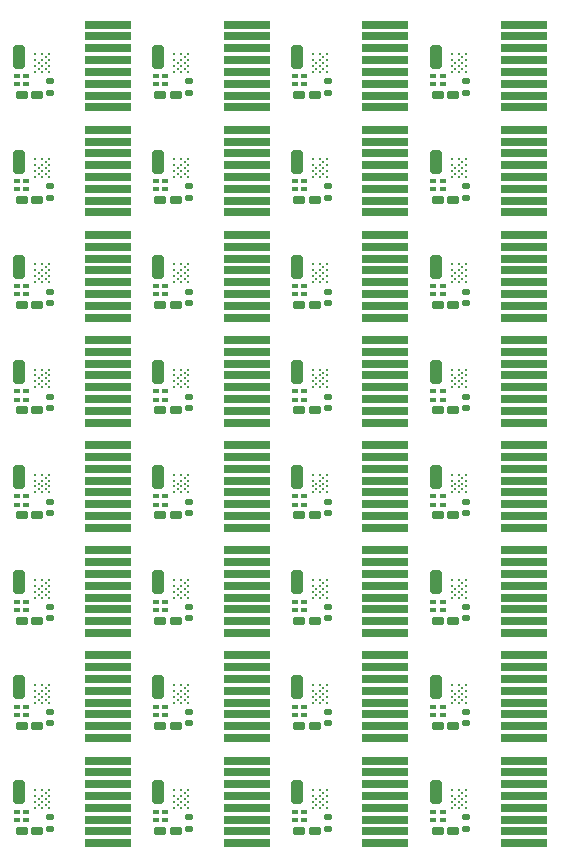
<source format=gbr>
G04 #@! TF.GenerationSoftware,KiCad,Pcbnew,7.0.7-7.0.7~ubuntu22.04.1*
G04 #@! TF.CreationDate,2024-03-29T17:55:08+00:00*
G04 #@! TF.ProjectId,receiver6_rep,72656365-6976-4657-9236-5f7265702e6b,rev?*
G04 #@! TF.SameCoordinates,Original*
G04 #@! TF.FileFunction,Soldermask,Top*
G04 #@! TF.FilePolarity,Negative*
%FSLAX46Y46*%
G04 Gerber Fmt 4.6, Leading zero omitted, Abs format (unit mm)*
G04 Created by KiCad (PCBNEW 7.0.7-7.0.7~ubuntu22.04.1) date 2024-03-29 17:55:08*
%MOMM*%
%LPD*%
G01*
G04 APERTURE LIST*
G04 Aperture macros list*
%AMRoundRect*
0 Rectangle with rounded corners*
0 $1 Rounding radius*
0 $2 $3 $4 $5 $6 $7 $8 $9 X,Y pos of 4 corners*
0 Add a 4 corners polygon primitive as box body*
4,1,4,$2,$3,$4,$5,$6,$7,$8,$9,$2,$3,0*
0 Add four circle primitives for the rounded corners*
1,1,$1+$1,$2,$3*
1,1,$1+$1,$4,$5*
1,1,$1+$1,$6,$7*
1,1,$1+$1,$8,$9*
0 Add four rect primitives between the rounded corners*
20,1,$1+$1,$2,$3,$4,$5,0*
20,1,$1+$1,$4,$5,$6,$7,0*
20,1,$1+$1,$6,$7,$8,$9,0*
20,1,$1+$1,$8,$9,$2,$3,0*%
G04 Aperture macros list end*
%ADD10R,4.000000X0.700000*%
%ADD11RoundRect,0.162500X0.362500X-0.162500X0.362500X0.162500X-0.362500X0.162500X-0.362500X-0.162500X0*%
%ADD12RoundRect,0.140000X-0.170000X0.140000X-0.170000X-0.140000X0.170000X-0.140000X0.170000X0.140000X0*%
%ADD13R,0.500000X0.400000*%
%ADD14RoundRect,0.250000X-0.250000X-0.750000X0.250000X-0.750000X0.250000X0.750000X-0.250000X0.750000X0*%
%ADD15C,0.227000*%
G04 APERTURE END LIST*
D10*
X63600000Y-77950000D03*
X63600000Y-78950000D03*
X63600000Y-79950000D03*
X63600000Y-80950000D03*
X63600000Y-81950000D03*
X63600000Y-82950000D03*
X63600000Y-83950000D03*
X63600000Y-84950000D03*
X98850000Y-51250000D03*
X98850000Y-52250000D03*
X98850000Y-53250000D03*
X98850000Y-54250000D03*
X98850000Y-55250000D03*
X98850000Y-56250000D03*
X98850000Y-57250000D03*
X98850000Y-58250000D03*
D11*
X81100000Y-92800000D03*
D12*
X58700000Y-100550000D03*
X58700000Y-101510000D03*
D10*
X87100000Y-51250000D03*
X87100000Y-52250000D03*
X87100000Y-53250000D03*
X87100000Y-54250000D03*
X87100000Y-55250000D03*
X87100000Y-56250000D03*
X87100000Y-57250000D03*
X87100000Y-58250000D03*
D13*
X91960000Y-100090000D03*
X91160000Y-100090000D03*
X91160000Y-100790000D03*
X91960000Y-100790000D03*
D14*
X91350000Y-107350000D03*
D15*
X92700000Y-53750000D03*
X93300000Y-53750000D03*
X93900000Y-53750000D03*
X93600000Y-54000000D03*
X92700000Y-54250000D03*
X93300000Y-54250000D03*
X93900000Y-54250000D03*
X93000000Y-54500000D03*
X93600000Y-54500000D03*
X92700000Y-54750000D03*
X93300000Y-54750000D03*
X93900000Y-54750000D03*
X93000000Y-55000000D03*
X93600000Y-55000000D03*
X92700000Y-55250000D03*
X93300000Y-55250000D03*
X93900000Y-55250000D03*
X80950000Y-80450000D03*
X81550000Y-80450000D03*
X82150000Y-80450000D03*
X81850000Y-80700000D03*
X80950000Y-80950000D03*
X81550000Y-80950000D03*
X82150000Y-80950000D03*
X81250000Y-81200000D03*
X81850000Y-81200000D03*
X80950000Y-81450000D03*
X81550000Y-81450000D03*
X82150000Y-81450000D03*
X81250000Y-81700000D03*
X81850000Y-81700000D03*
X80950000Y-81950000D03*
X81550000Y-81950000D03*
X82150000Y-81950000D03*
D14*
X91350000Y-98450000D03*
D10*
X87100000Y-77950000D03*
X87100000Y-78950000D03*
X87100000Y-79950000D03*
X87100000Y-80950000D03*
X87100000Y-81950000D03*
X87100000Y-82950000D03*
X87100000Y-83950000D03*
X87100000Y-84950000D03*
D11*
X69350000Y-83900000D03*
X91550000Y-110600000D03*
X69350000Y-92800000D03*
X92850000Y-92800000D03*
D14*
X67850000Y-98450000D03*
X56100000Y-53950000D03*
D15*
X80950000Y-89350000D03*
X81550000Y-89350000D03*
X82150000Y-89350000D03*
X81850000Y-89600000D03*
X80950000Y-89850000D03*
X81550000Y-89850000D03*
X82150000Y-89850000D03*
X81250000Y-90100000D03*
X81850000Y-90100000D03*
X80950000Y-90350000D03*
X81550000Y-90350000D03*
X82150000Y-90350000D03*
X81250000Y-90600000D03*
X81850000Y-90600000D03*
X80950000Y-90850000D03*
X81550000Y-90850000D03*
X82150000Y-90850000D03*
D11*
X57600000Y-83900000D03*
X68050000Y-110600000D03*
D13*
X68460000Y-82290000D03*
X67660000Y-82290000D03*
X67660000Y-82990000D03*
X68460000Y-82990000D03*
X80210000Y-46690000D03*
X79410000Y-46690000D03*
X79410000Y-47390000D03*
X80210000Y-47390000D03*
D14*
X67850000Y-53950000D03*
D15*
X80950000Y-53750000D03*
X81550000Y-53750000D03*
X82150000Y-53750000D03*
X81850000Y-54000000D03*
X80950000Y-54250000D03*
X81550000Y-54250000D03*
X82150000Y-54250000D03*
X81250000Y-54500000D03*
X81850000Y-54500000D03*
X80950000Y-54750000D03*
X81550000Y-54750000D03*
X82150000Y-54750000D03*
X81250000Y-55000000D03*
X81850000Y-55000000D03*
X80950000Y-55250000D03*
X81550000Y-55250000D03*
X82150000Y-55250000D03*
X92700000Y-44850000D03*
X93300000Y-44850000D03*
X93900000Y-44850000D03*
X93600000Y-45100000D03*
X92700000Y-45350000D03*
X93300000Y-45350000D03*
X93900000Y-45350000D03*
X93000000Y-45600000D03*
X93600000Y-45600000D03*
X92700000Y-45850000D03*
X93300000Y-45850000D03*
X93900000Y-45850000D03*
X93000000Y-46100000D03*
X93600000Y-46100000D03*
X92700000Y-46350000D03*
X93300000Y-46350000D03*
X93900000Y-46350000D03*
D14*
X91350000Y-62850000D03*
D11*
X81100000Y-75000000D03*
D15*
X57450000Y-107150000D03*
X58050000Y-107150000D03*
X58650000Y-107150000D03*
X58350000Y-107400000D03*
X57450000Y-107650000D03*
X58050000Y-107650000D03*
X58650000Y-107650000D03*
X57750000Y-107900000D03*
X58350000Y-107900000D03*
X57450000Y-108150000D03*
X58050000Y-108150000D03*
X58650000Y-108150000D03*
X57750000Y-108400000D03*
X58350000Y-108400000D03*
X57450000Y-108650000D03*
X58050000Y-108650000D03*
X58650000Y-108650000D03*
D11*
X79800000Y-57200000D03*
D15*
X69200000Y-98250000D03*
X69800000Y-98250000D03*
X70400000Y-98250000D03*
X70100000Y-98500000D03*
X69200000Y-98750000D03*
X69800000Y-98750000D03*
X70400000Y-98750000D03*
X69500000Y-99000000D03*
X70100000Y-99000000D03*
X69200000Y-99250000D03*
X69800000Y-99250000D03*
X70400000Y-99250000D03*
X69500000Y-99500000D03*
X70100000Y-99500000D03*
X69200000Y-99750000D03*
X69800000Y-99750000D03*
X70400000Y-99750000D03*
D10*
X63600000Y-51250000D03*
X63600000Y-52250000D03*
X63600000Y-53250000D03*
X63600000Y-54250000D03*
X63600000Y-55250000D03*
X63600000Y-56250000D03*
X63600000Y-57250000D03*
X63600000Y-58250000D03*
D14*
X56100000Y-80650000D03*
D10*
X63600000Y-42350000D03*
X63600000Y-43350000D03*
X63600000Y-44350000D03*
X63600000Y-45350000D03*
X63600000Y-46350000D03*
X63600000Y-47350000D03*
X63600000Y-48350000D03*
X63600000Y-49350000D03*
D11*
X81100000Y-66100000D03*
X56300000Y-66100000D03*
D15*
X80950000Y-107150000D03*
X81550000Y-107150000D03*
X82150000Y-107150000D03*
X81850000Y-107400000D03*
X80950000Y-107650000D03*
X81550000Y-107650000D03*
X82150000Y-107650000D03*
X81250000Y-107900000D03*
X81850000Y-107900000D03*
X80950000Y-108150000D03*
X81550000Y-108150000D03*
X82150000Y-108150000D03*
X81250000Y-108400000D03*
X81850000Y-108400000D03*
X80950000Y-108650000D03*
X81550000Y-108650000D03*
X82150000Y-108650000D03*
D11*
X69350000Y-57200000D03*
X57600000Y-92800000D03*
D12*
X70450000Y-56050000D03*
X70450000Y-57010000D03*
D11*
X68050000Y-83900000D03*
D13*
X56710000Y-46690000D03*
X55910000Y-46690000D03*
X55910000Y-47390000D03*
X56710000Y-47390000D03*
D11*
X56300000Y-101700000D03*
D15*
X92700000Y-98250000D03*
X93300000Y-98250000D03*
X93900000Y-98250000D03*
X93600000Y-98500000D03*
X92700000Y-98750000D03*
X93300000Y-98750000D03*
X93900000Y-98750000D03*
X93000000Y-99000000D03*
X93600000Y-99000000D03*
X92700000Y-99250000D03*
X93300000Y-99250000D03*
X93900000Y-99250000D03*
X93000000Y-99500000D03*
X93600000Y-99500000D03*
X92700000Y-99750000D03*
X93300000Y-99750000D03*
X93900000Y-99750000D03*
D13*
X56710000Y-64490000D03*
X55910000Y-64490000D03*
X55910000Y-65190000D03*
X56710000Y-65190000D03*
D15*
X57450000Y-98250000D03*
X58050000Y-98250000D03*
X58650000Y-98250000D03*
X58350000Y-98500000D03*
X57450000Y-98750000D03*
X58050000Y-98750000D03*
X58650000Y-98750000D03*
X57750000Y-99000000D03*
X58350000Y-99000000D03*
X57450000Y-99250000D03*
X58050000Y-99250000D03*
X58650000Y-99250000D03*
X57750000Y-99500000D03*
X58350000Y-99500000D03*
X57450000Y-99750000D03*
X58050000Y-99750000D03*
X58650000Y-99750000D03*
D12*
X82200000Y-109450000D03*
X82200000Y-110410000D03*
X82200000Y-91650000D03*
X82200000Y-92610000D03*
D14*
X67850000Y-45050000D03*
D11*
X91550000Y-83900000D03*
D14*
X79600000Y-71750000D03*
D15*
X80950000Y-71550000D03*
X81550000Y-71550000D03*
X82150000Y-71550000D03*
X81850000Y-71800000D03*
X80950000Y-72050000D03*
X81550000Y-72050000D03*
X82150000Y-72050000D03*
X81250000Y-72300000D03*
X81850000Y-72300000D03*
X80950000Y-72550000D03*
X81550000Y-72550000D03*
X82150000Y-72550000D03*
X81250000Y-72800000D03*
X81850000Y-72800000D03*
X80950000Y-73050000D03*
X81550000Y-73050000D03*
X82150000Y-73050000D03*
X69200000Y-53750000D03*
X69800000Y-53750000D03*
X70400000Y-53750000D03*
X70100000Y-54000000D03*
X69200000Y-54250000D03*
X69800000Y-54250000D03*
X70400000Y-54250000D03*
X69500000Y-54500000D03*
X70100000Y-54500000D03*
X69200000Y-54750000D03*
X69800000Y-54750000D03*
X70400000Y-54750000D03*
X69500000Y-55000000D03*
X70100000Y-55000000D03*
X69200000Y-55250000D03*
X69800000Y-55250000D03*
X70400000Y-55250000D03*
D10*
X75350000Y-95750000D03*
X75350000Y-96750000D03*
X75350000Y-97750000D03*
X75350000Y-98750000D03*
X75350000Y-99750000D03*
X75350000Y-100750000D03*
X75350000Y-101750000D03*
X75350000Y-102750000D03*
D11*
X68050000Y-48300000D03*
D14*
X67850000Y-62850000D03*
D12*
X82200000Y-64950000D03*
X82200000Y-65910000D03*
D11*
X81100000Y-48300000D03*
D13*
X80210000Y-82290000D03*
X79410000Y-82290000D03*
X79410000Y-82990000D03*
X80210000Y-82990000D03*
D11*
X91550000Y-57200000D03*
D10*
X98850000Y-104650000D03*
X98850000Y-105650000D03*
X98850000Y-106650000D03*
X98850000Y-107650000D03*
X98850000Y-108650000D03*
X98850000Y-109650000D03*
X98850000Y-110650000D03*
X98850000Y-111650000D03*
D13*
X68460000Y-100090000D03*
X67660000Y-100090000D03*
X67660000Y-100790000D03*
X68460000Y-100790000D03*
D11*
X56300000Y-92800000D03*
D14*
X56100000Y-89550000D03*
D11*
X79800000Y-66100000D03*
D13*
X68460000Y-64490000D03*
X67660000Y-64490000D03*
X67660000Y-65190000D03*
X68460000Y-65190000D03*
D14*
X91350000Y-53950000D03*
D11*
X92850000Y-75000000D03*
D13*
X56710000Y-108990000D03*
X55910000Y-108990000D03*
X55910000Y-109690000D03*
X56710000Y-109690000D03*
D12*
X70450000Y-100550000D03*
X70450000Y-101510000D03*
D15*
X57450000Y-62650000D03*
X58050000Y-62650000D03*
X58650000Y-62650000D03*
X58350000Y-62900000D03*
X57450000Y-63150000D03*
X58050000Y-63150000D03*
X58650000Y-63150000D03*
X57750000Y-63400000D03*
X58350000Y-63400000D03*
X57450000Y-63650000D03*
X58050000Y-63650000D03*
X58650000Y-63650000D03*
X57750000Y-63900000D03*
X58350000Y-63900000D03*
X57450000Y-64150000D03*
X58050000Y-64150000D03*
X58650000Y-64150000D03*
D12*
X58700000Y-91650000D03*
X58700000Y-92610000D03*
D13*
X56710000Y-55590000D03*
X55910000Y-55590000D03*
X55910000Y-56290000D03*
X56710000Y-56290000D03*
D11*
X92850000Y-66100000D03*
D15*
X80950000Y-44850000D03*
X81550000Y-44850000D03*
X82150000Y-44850000D03*
X81850000Y-45100000D03*
X80950000Y-45350000D03*
X81550000Y-45350000D03*
X82150000Y-45350000D03*
X81250000Y-45600000D03*
X81850000Y-45600000D03*
X80950000Y-45850000D03*
X81550000Y-45850000D03*
X82150000Y-45850000D03*
X81250000Y-46100000D03*
X81850000Y-46100000D03*
X80950000Y-46350000D03*
X81550000Y-46350000D03*
X82150000Y-46350000D03*
D11*
X57600000Y-57200000D03*
D12*
X70450000Y-64950000D03*
X70450000Y-65910000D03*
D10*
X87100000Y-42350000D03*
X87100000Y-43350000D03*
X87100000Y-44350000D03*
X87100000Y-45350000D03*
X87100000Y-46350000D03*
X87100000Y-47350000D03*
X87100000Y-48350000D03*
X87100000Y-49350000D03*
D11*
X68050000Y-57200000D03*
X81100000Y-83900000D03*
D12*
X82200000Y-56050000D03*
X82200000Y-57010000D03*
X82200000Y-82750000D03*
X82200000Y-83710000D03*
X58700000Y-82750000D03*
X58700000Y-83710000D03*
D11*
X91550000Y-101700000D03*
D10*
X63600000Y-104650000D03*
X63600000Y-105650000D03*
X63600000Y-106650000D03*
X63600000Y-107650000D03*
X63600000Y-108650000D03*
X63600000Y-109650000D03*
X63600000Y-110650000D03*
X63600000Y-111650000D03*
D15*
X92700000Y-89350000D03*
X93300000Y-89350000D03*
X93900000Y-89350000D03*
X93600000Y-89600000D03*
X92700000Y-89850000D03*
X93300000Y-89850000D03*
X93900000Y-89850000D03*
X93000000Y-90100000D03*
X93600000Y-90100000D03*
X92700000Y-90350000D03*
X93300000Y-90350000D03*
X93900000Y-90350000D03*
X93000000Y-90600000D03*
X93600000Y-90600000D03*
X92700000Y-90850000D03*
X93300000Y-90850000D03*
X93900000Y-90850000D03*
D10*
X75350000Y-77950000D03*
X75350000Y-78950000D03*
X75350000Y-79950000D03*
X75350000Y-80950000D03*
X75350000Y-81950000D03*
X75350000Y-82950000D03*
X75350000Y-83950000D03*
X75350000Y-84950000D03*
D12*
X58700000Y-64950000D03*
X58700000Y-65910000D03*
X93950000Y-73850000D03*
X93950000Y-74810000D03*
X70450000Y-109450000D03*
X70450000Y-110410000D03*
D13*
X56710000Y-73390000D03*
X55910000Y-73390000D03*
X55910000Y-74090000D03*
X56710000Y-74090000D03*
D15*
X92700000Y-62650000D03*
X93300000Y-62650000D03*
X93900000Y-62650000D03*
X93600000Y-62900000D03*
X92700000Y-63150000D03*
X93300000Y-63150000D03*
X93900000Y-63150000D03*
X93000000Y-63400000D03*
X93600000Y-63400000D03*
X92700000Y-63650000D03*
X93300000Y-63650000D03*
X93900000Y-63650000D03*
X93000000Y-63900000D03*
X93600000Y-63900000D03*
X92700000Y-64150000D03*
X93300000Y-64150000D03*
X93900000Y-64150000D03*
D12*
X58700000Y-73850000D03*
X58700000Y-74810000D03*
D14*
X91350000Y-89550000D03*
X79600000Y-53950000D03*
X67850000Y-80650000D03*
D11*
X56300000Y-110600000D03*
D10*
X63600000Y-95750000D03*
X63600000Y-96750000D03*
X63600000Y-97750000D03*
X63600000Y-98750000D03*
X63600000Y-99750000D03*
X63600000Y-100750000D03*
X63600000Y-101750000D03*
X63600000Y-102750000D03*
D11*
X69350000Y-48300000D03*
X92850000Y-57200000D03*
D12*
X70450000Y-82750000D03*
X70450000Y-83710000D03*
D11*
X69350000Y-66100000D03*
D14*
X91350000Y-80650000D03*
D11*
X91550000Y-92800000D03*
D10*
X75350000Y-86850000D03*
X75350000Y-87850000D03*
X75350000Y-88850000D03*
X75350000Y-89850000D03*
X75350000Y-90850000D03*
X75350000Y-91850000D03*
X75350000Y-92850000D03*
X75350000Y-93850000D03*
X87100000Y-86850000D03*
X87100000Y-87850000D03*
X87100000Y-88850000D03*
X87100000Y-89850000D03*
X87100000Y-90850000D03*
X87100000Y-91850000D03*
X87100000Y-92850000D03*
X87100000Y-93850000D03*
D13*
X91960000Y-55590000D03*
X91160000Y-55590000D03*
X91160000Y-56290000D03*
X91960000Y-56290000D03*
D10*
X87100000Y-69050000D03*
X87100000Y-70050000D03*
X87100000Y-71050000D03*
X87100000Y-72050000D03*
X87100000Y-73050000D03*
X87100000Y-74050000D03*
X87100000Y-75050000D03*
X87100000Y-76050000D03*
D11*
X81100000Y-101700000D03*
D10*
X63600000Y-86850000D03*
X63600000Y-87850000D03*
X63600000Y-88850000D03*
X63600000Y-89850000D03*
X63600000Y-90850000D03*
X63600000Y-91850000D03*
X63600000Y-92850000D03*
X63600000Y-93850000D03*
D15*
X57450000Y-71550000D03*
X58050000Y-71550000D03*
X58650000Y-71550000D03*
X58350000Y-71800000D03*
X57450000Y-72050000D03*
X58050000Y-72050000D03*
X58650000Y-72050000D03*
X57750000Y-72300000D03*
X58350000Y-72300000D03*
X57450000Y-72550000D03*
X58050000Y-72550000D03*
X58650000Y-72550000D03*
X57750000Y-72800000D03*
X58350000Y-72800000D03*
X57450000Y-73050000D03*
X58050000Y-73050000D03*
X58650000Y-73050000D03*
D11*
X81100000Y-110600000D03*
X68050000Y-92800000D03*
D13*
X91960000Y-73390000D03*
X91160000Y-73390000D03*
X91160000Y-74090000D03*
X91960000Y-74090000D03*
D10*
X98850000Y-95750000D03*
X98850000Y-96750000D03*
X98850000Y-97750000D03*
X98850000Y-98750000D03*
X98850000Y-99750000D03*
X98850000Y-100750000D03*
X98850000Y-101750000D03*
X98850000Y-102750000D03*
D11*
X68050000Y-75000000D03*
D14*
X56100000Y-62850000D03*
D15*
X57450000Y-89350000D03*
X58050000Y-89350000D03*
X58650000Y-89350000D03*
X58350000Y-89600000D03*
X57450000Y-89850000D03*
X58050000Y-89850000D03*
X58650000Y-89850000D03*
X57750000Y-90100000D03*
X58350000Y-90100000D03*
X57450000Y-90350000D03*
X58050000Y-90350000D03*
X58650000Y-90350000D03*
X57750000Y-90600000D03*
X58350000Y-90600000D03*
X57450000Y-90850000D03*
X58050000Y-90850000D03*
X58650000Y-90850000D03*
D10*
X75350000Y-60150000D03*
X75350000Y-61150000D03*
X75350000Y-62150000D03*
X75350000Y-63150000D03*
X75350000Y-64150000D03*
X75350000Y-65150000D03*
X75350000Y-66150000D03*
X75350000Y-67150000D03*
D13*
X91960000Y-46690000D03*
X91160000Y-46690000D03*
X91160000Y-47390000D03*
X91960000Y-47390000D03*
D15*
X69200000Y-107150000D03*
X69800000Y-107150000D03*
X70400000Y-107150000D03*
X70100000Y-107400000D03*
X69200000Y-107650000D03*
X69800000Y-107650000D03*
X70400000Y-107650000D03*
X69500000Y-107900000D03*
X70100000Y-107900000D03*
X69200000Y-108150000D03*
X69800000Y-108150000D03*
X70400000Y-108150000D03*
X69500000Y-108400000D03*
X70100000Y-108400000D03*
X69200000Y-108650000D03*
X69800000Y-108650000D03*
X70400000Y-108650000D03*
D13*
X56710000Y-100090000D03*
X55910000Y-100090000D03*
X55910000Y-100790000D03*
X56710000Y-100790000D03*
X91960000Y-82290000D03*
X91160000Y-82290000D03*
X91160000Y-82990000D03*
X91960000Y-82990000D03*
D11*
X79800000Y-92800000D03*
D15*
X69200000Y-89350000D03*
X69800000Y-89350000D03*
X70400000Y-89350000D03*
X70100000Y-89600000D03*
X69200000Y-89850000D03*
X69800000Y-89850000D03*
X70400000Y-89850000D03*
X69500000Y-90100000D03*
X70100000Y-90100000D03*
X69200000Y-90350000D03*
X69800000Y-90350000D03*
X70400000Y-90350000D03*
X69500000Y-90600000D03*
X70100000Y-90600000D03*
X69200000Y-90850000D03*
X69800000Y-90850000D03*
X70400000Y-90850000D03*
D12*
X58700000Y-56050000D03*
X58700000Y-57010000D03*
D15*
X69200000Y-44850000D03*
X69800000Y-44850000D03*
X70400000Y-44850000D03*
X70100000Y-45100000D03*
X69200000Y-45350000D03*
X69800000Y-45350000D03*
X70400000Y-45350000D03*
X69500000Y-45600000D03*
X70100000Y-45600000D03*
X69200000Y-45850000D03*
X69800000Y-45850000D03*
X70400000Y-45850000D03*
X69500000Y-46100000D03*
X70100000Y-46100000D03*
X69200000Y-46350000D03*
X69800000Y-46350000D03*
X70400000Y-46350000D03*
D13*
X80210000Y-64490000D03*
X79410000Y-64490000D03*
X79410000Y-65190000D03*
X80210000Y-65190000D03*
D15*
X57450000Y-53750000D03*
X58050000Y-53750000D03*
X58650000Y-53750000D03*
X58350000Y-54000000D03*
X57450000Y-54250000D03*
X58050000Y-54250000D03*
X58650000Y-54250000D03*
X57750000Y-54500000D03*
X58350000Y-54500000D03*
X57450000Y-54750000D03*
X58050000Y-54750000D03*
X58650000Y-54750000D03*
X57750000Y-55000000D03*
X58350000Y-55000000D03*
X57450000Y-55250000D03*
X58050000Y-55250000D03*
X58650000Y-55250000D03*
D13*
X68460000Y-55590000D03*
X67660000Y-55590000D03*
X67660000Y-56290000D03*
X68460000Y-56290000D03*
D10*
X75350000Y-69050000D03*
X75350000Y-70050000D03*
X75350000Y-71050000D03*
X75350000Y-72050000D03*
X75350000Y-73050000D03*
X75350000Y-74050000D03*
X75350000Y-75050000D03*
X75350000Y-76050000D03*
D11*
X92850000Y-110600000D03*
D14*
X56100000Y-98450000D03*
D15*
X69200000Y-80450000D03*
X69800000Y-80450000D03*
X70400000Y-80450000D03*
X70100000Y-80700000D03*
X69200000Y-80950000D03*
X69800000Y-80950000D03*
X70400000Y-80950000D03*
X69500000Y-81200000D03*
X70100000Y-81200000D03*
X69200000Y-81450000D03*
X69800000Y-81450000D03*
X70400000Y-81450000D03*
X69500000Y-81700000D03*
X70100000Y-81700000D03*
X69200000Y-81950000D03*
X69800000Y-81950000D03*
X70400000Y-81950000D03*
X80950000Y-98250000D03*
X81550000Y-98250000D03*
X82150000Y-98250000D03*
X81850000Y-98500000D03*
X80950000Y-98750000D03*
X81550000Y-98750000D03*
X82150000Y-98750000D03*
X81250000Y-99000000D03*
X81850000Y-99000000D03*
X80950000Y-99250000D03*
X81550000Y-99250000D03*
X82150000Y-99250000D03*
X81250000Y-99500000D03*
X81850000Y-99500000D03*
X80950000Y-99750000D03*
X81550000Y-99750000D03*
X82150000Y-99750000D03*
D13*
X91960000Y-108990000D03*
X91160000Y-108990000D03*
X91160000Y-109690000D03*
X91960000Y-109690000D03*
D12*
X82200000Y-73850000D03*
X82200000Y-74810000D03*
D13*
X68460000Y-46690000D03*
X67660000Y-46690000D03*
X67660000Y-47390000D03*
X68460000Y-47390000D03*
D10*
X98850000Y-86850000D03*
X98850000Y-87850000D03*
X98850000Y-88850000D03*
X98850000Y-89850000D03*
X98850000Y-90850000D03*
X98850000Y-91850000D03*
X98850000Y-92850000D03*
X98850000Y-93850000D03*
D12*
X93950000Y-82750000D03*
X93950000Y-83710000D03*
D13*
X80210000Y-55590000D03*
X79410000Y-55590000D03*
X79410000Y-56290000D03*
X80210000Y-56290000D03*
D10*
X87100000Y-104650000D03*
X87100000Y-105650000D03*
X87100000Y-106650000D03*
X87100000Y-107650000D03*
X87100000Y-108650000D03*
X87100000Y-109650000D03*
X87100000Y-110650000D03*
X87100000Y-111650000D03*
D13*
X91960000Y-64490000D03*
X91160000Y-64490000D03*
X91160000Y-65190000D03*
X91960000Y-65190000D03*
D14*
X56100000Y-45050000D03*
D13*
X68460000Y-108990000D03*
X67660000Y-108990000D03*
X67660000Y-109690000D03*
X68460000Y-109690000D03*
D15*
X69200000Y-62650000D03*
X69800000Y-62650000D03*
X70400000Y-62650000D03*
X70100000Y-62900000D03*
X69200000Y-63150000D03*
X69800000Y-63150000D03*
X70400000Y-63150000D03*
X69500000Y-63400000D03*
X70100000Y-63400000D03*
X69200000Y-63650000D03*
X69800000Y-63650000D03*
X70400000Y-63650000D03*
X69500000Y-63900000D03*
X70100000Y-63900000D03*
X69200000Y-64150000D03*
X69800000Y-64150000D03*
X70400000Y-64150000D03*
D14*
X79600000Y-80650000D03*
D11*
X56300000Y-57200000D03*
D12*
X58700000Y-109450000D03*
X58700000Y-110410000D03*
X70450000Y-91650000D03*
X70450000Y-92610000D03*
D11*
X79800000Y-75000000D03*
D13*
X68460000Y-91190000D03*
X67660000Y-91190000D03*
X67660000Y-91890000D03*
X68460000Y-91890000D03*
X91960000Y-91190000D03*
X91160000Y-91190000D03*
X91160000Y-91890000D03*
X91960000Y-91890000D03*
D11*
X79800000Y-110600000D03*
D10*
X75350000Y-42350000D03*
X75350000Y-43350000D03*
X75350000Y-44350000D03*
X75350000Y-45350000D03*
X75350000Y-46350000D03*
X75350000Y-47350000D03*
X75350000Y-48350000D03*
X75350000Y-49350000D03*
D13*
X80210000Y-100090000D03*
X79410000Y-100090000D03*
X79410000Y-100790000D03*
X80210000Y-100790000D03*
D10*
X98850000Y-42350000D03*
X98850000Y-43350000D03*
X98850000Y-44350000D03*
X98850000Y-45350000D03*
X98850000Y-46350000D03*
X98850000Y-47350000D03*
X98850000Y-48350000D03*
X98850000Y-49350000D03*
D15*
X69200000Y-71550000D03*
X69800000Y-71550000D03*
X70400000Y-71550000D03*
X70100000Y-71800000D03*
X69200000Y-72050000D03*
X69800000Y-72050000D03*
X70400000Y-72050000D03*
X69500000Y-72300000D03*
X70100000Y-72300000D03*
X69200000Y-72550000D03*
X69800000Y-72550000D03*
X70400000Y-72550000D03*
X69500000Y-72800000D03*
X70100000Y-72800000D03*
X69200000Y-73050000D03*
X69800000Y-73050000D03*
X70400000Y-73050000D03*
X92700000Y-107150000D03*
X93300000Y-107150000D03*
X93900000Y-107150000D03*
X93600000Y-107400000D03*
X92700000Y-107650000D03*
X93300000Y-107650000D03*
X93900000Y-107650000D03*
X93000000Y-107900000D03*
X93600000Y-107900000D03*
X92700000Y-108150000D03*
X93300000Y-108150000D03*
X93900000Y-108150000D03*
X93000000Y-108400000D03*
X93600000Y-108400000D03*
X92700000Y-108650000D03*
X93300000Y-108650000D03*
X93900000Y-108650000D03*
X92700000Y-71550000D03*
X93300000Y-71550000D03*
X93900000Y-71550000D03*
X93600000Y-71800000D03*
X92700000Y-72050000D03*
X93300000Y-72050000D03*
X93900000Y-72050000D03*
X93000000Y-72300000D03*
X93600000Y-72300000D03*
X92700000Y-72550000D03*
X93300000Y-72550000D03*
X93900000Y-72550000D03*
X93000000Y-72800000D03*
X93600000Y-72800000D03*
X92700000Y-73050000D03*
X93300000Y-73050000D03*
X93900000Y-73050000D03*
X92700000Y-80450000D03*
X93300000Y-80450000D03*
X93900000Y-80450000D03*
X93600000Y-80700000D03*
X92700000Y-80950000D03*
X93300000Y-80950000D03*
X93900000Y-80950000D03*
X93000000Y-81200000D03*
X93600000Y-81200000D03*
X92700000Y-81450000D03*
X93300000Y-81450000D03*
X93900000Y-81450000D03*
X93000000Y-81700000D03*
X93600000Y-81700000D03*
X92700000Y-81950000D03*
X93300000Y-81950000D03*
X93900000Y-81950000D03*
D11*
X92850000Y-101700000D03*
X57600000Y-75000000D03*
D14*
X79600000Y-107350000D03*
D10*
X87100000Y-95750000D03*
X87100000Y-96750000D03*
X87100000Y-97750000D03*
X87100000Y-98750000D03*
X87100000Y-99750000D03*
X87100000Y-100750000D03*
X87100000Y-101750000D03*
X87100000Y-102750000D03*
D14*
X67850000Y-71750000D03*
X79600000Y-45050000D03*
D15*
X80950000Y-62650000D03*
X81550000Y-62650000D03*
X82150000Y-62650000D03*
X81850000Y-62900000D03*
X80950000Y-63150000D03*
X81550000Y-63150000D03*
X82150000Y-63150000D03*
X81250000Y-63400000D03*
X81850000Y-63400000D03*
X80950000Y-63650000D03*
X81550000Y-63650000D03*
X82150000Y-63650000D03*
X81250000Y-63900000D03*
X81850000Y-63900000D03*
X80950000Y-64150000D03*
X81550000Y-64150000D03*
X82150000Y-64150000D03*
D12*
X82200000Y-100550000D03*
X82200000Y-101510000D03*
X93950000Y-56050000D03*
X93950000Y-57010000D03*
X70450000Y-73850000D03*
X70450000Y-74810000D03*
D14*
X79600000Y-62850000D03*
D10*
X63600000Y-60150000D03*
X63600000Y-61150000D03*
X63600000Y-62150000D03*
X63600000Y-63150000D03*
X63600000Y-64150000D03*
X63600000Y-65150000D03*
X63600000Y-66150000D03*
X63600000Y-67150000D03*
D11*
X91550000Y-48300000D03*
X92850000Y-48300000D03*
X69350000Y-101700000D03*
D12*
X70450000Y-47150000D03*
X70450000Y-48110000D03*
X93950000Y-47150000D03*
X93950000Y-48110000D03*
D10*
X98850000Y-69050000D03*
X98850000Y-70050000D03*
X98850000Y-71050000D03*
X98850000Y-72050000D03*
X98850000Y-73050000D03*
X98850000Y-74050000D03*
X98850000Y-75050000D03*
X98850000Y-76050000D03*
D11*
X57600000Y-101700000D03*
X68050000Y-101700000D03*
D14*
X56100000Y-71750000D03*
D12*
X82200000Y-47150000D03*
X82200000Y-48110000D03*
D11*
X69350000Y-75000000D03*
D10*
X75350000Y-104650000D03*
X75350000Y-105650000D03*
X75350000Y-106650000D03*
X75350000Y-107650000D03*
X75350000Y-108650000D03*
X75350000Y-109650000D03*
X75350000Y-110650000D03*
X75350000Y-111650000D03*
D11*
X79800000Y-48300000D03*
D15*
X57450000Y-44850000D03*
X58050000Y-44850000D03*
X58650000Y-44850000D03*
X58350000Y-45100000D03*
X57450000Y-45350000D03*
X58050000Y-45350000D03*
X58650000Y-45350000D03*
X57750000Y-45600000D03*
X58350000Y-45600000D03*
X57450000Y-45850000D03*
X58050000Y-45850000D03*
X58650000Y-45850000D03*
X57750000Y-46100000D03*
X58350000Y-46100000D03*
X57450000Y-46350000D03*
X58050000Y-46350000D03*
X58650000Y-46350000D03*
D10*
X98850000Y-77950000D03*
X98850000Y-78950000D03*
X98850000Y-79950000D03*
X98850000Y-80950000D03*
X98850000Y-81950000D03*
X98850000Y-82950000D03*
X98850000Y-83950000D03*
X98850000Y-84950000D03*
D14*
X67850000Y-89550000D03*
D11*
X91550000Y-66100000D03*
D14*
X67850000Y-107350000D03*
D12*
X93950000Y-64950000D03*
X93950000Y-65910000D03*
D13*
X56710000Y-82290000D03*
X55910000Y-82290000D03*
X55910000Y-82990000D03*
X56710000Y-82990000D03*
D12*
X93950000Y-109450000D03*
X93950000Y-110410000D03*
D14*
X79600000Y-89550000D03*
D13*
X68460000Y-73390000D03*
X67660000Y-73390000D03*
X67660000Y-74090000D03*
X68460000Y-74090000D03*
D11*
X79800000Y-101700000D03*
X92850000Y-83900000D03*
D12*
X58700000Y-47150000D03*
X58700000Y-48110000D03*
D14*
X91350000Y-45050000D03*
D10*
X75350000Y-51250000D03*
X75350000Y-52250000D03*
X75350000Y-53250000D03*
X75350000Y-54250000D03*
X75350000Y-55250000D03*
X75350000Y-56250000D03*
X75350000Y-57250000D03*
X75350000Y-58250000D03*
D11*
X68050000Y-66100000D03*
D10*
X87100000Y-60150000D03*
X87100000Y-61150000D03*
X87100000Y-62150000D03*
X87100000Y-63150000D03*
X87100000Y-64150000D03*
X87100000Y-65150000D03*
X87100000Y-66150000D03*
X87100000Y-67150000D03*
D12*
X93950000Y-100550000D03*
X93950000Y-101510000D03*
D14*
X56100000Y-107350000D03*
D13*
X80210000Y-73390000D03*
X79410000Y-73390000D03*
X79410000Y-74090000D03*
X80210000Y-74090000D03*
D11*
X91550000Y-75000000D03*
D10*
X98850000Y-60150000D03*
X98850000Y-61150000D03*
X98850000Y-62150000D03*
X98850000Y-63150000D03*
X98850000Y-64150000D03*
X98850000Y-65150000D03*
X98850000Y-66150000D03*
X98850000Y-67150000D03*
D13*
X56710000Y-91190000D03*
X55910000Y-91190000D03*
X55910000Y-91890000D03*
X56710000Y-91890000D03*
D11*
X79800000Y-83900000D03*
X81100000Y-57200000D03*
X57600000Y-48300000D03*
X57600000Y-110600000D03*
X56300000Y-83900000D03*
X56300000Y-75000000D03*
D12*
X93950000Y-91650000D03*
X93950000Y-92610000D03*
D13*
X80210000Y-91190000D03*
X79410000Y-91190000D03*
X79410000Y-91890000D03*
X80210000Y-91890000D03*
D15*
X57450000Y-80450000D03*
X58050000Y-80450000D03*
X58650000Y-80450000D03*
X58350000Y-80700000D03*
X57450000Y-80950000D03*
X58050000Y-80950000D03*
X58650000Y-80950000D03*
X57750000Y-81200000D03*
X58350000Y-81200000D03*
X57450000Y-81450000D03*
X58050000Y-81450000D03*
X58650000Y-81450000D03*
X57750000Y-81700000D03*
X58350000Y-81700000D03*
X57450000Y-81950000D03*
X58050000Y-81950000D03*
X58650000Y-81950000D03*
D10*
X63600000Y-69050000D03*
X63600000Y-70050000D03*
X63600000Y-71050000D03*
X63600000Y-72050000D03*
X63600000Y-73050000D03*
X63600000Y-74050000D03*
X63600000Y-75050000D03*
X63600000Y-76050000D03*
D13*
X80210000Y-108990000D03*
X79410000Y-108990000D03*
X79410000Y-109690000D03*
X80210000Y-109690000D03*
D14*
X79600000Y-98450000D03*
D11*
X69350000Y-110600000D03*
X57600000Y-66100000D03*
D14*
X91350000Y-71750000D03*
D11*
X56300000Y-48300000D03*
M02*

</source>
